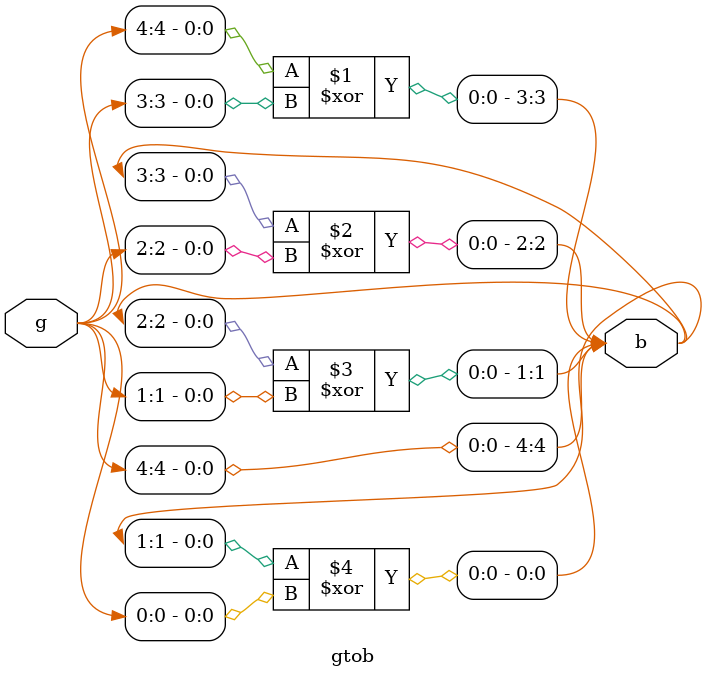
<source format=v>
module gtob(
input [4:0]g,
output [4:0]b
);

assign b[4] = g[4];
genvar i;
generate
for (i=3 ; i>=0 ;i=i-1) begin
assign b[i] = b[i+1]^g[i];

end
endgenerate
endmodule

</source>
